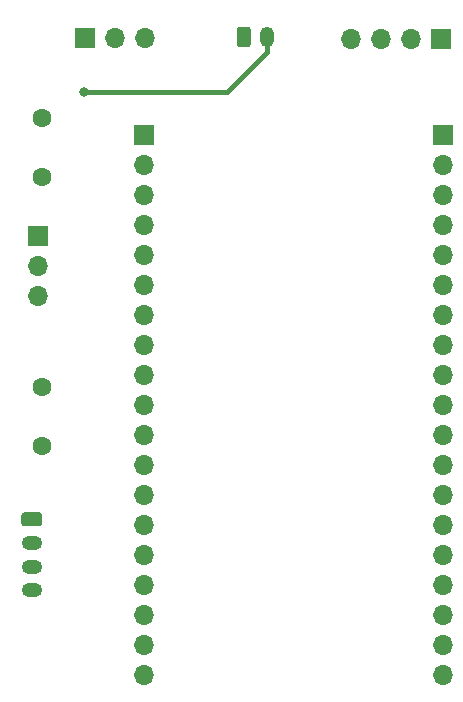
<source format=gbl>
G04 #@! TF.GenerationSoftware,KiCad,Pcbnew,5.1.10*
G04 #@! TF.CreationDate,2021-12-04T16:20:11-06:00*
G04 #@! TF.ProjectId,estacion-esp32,65737461-6369-46f6-9e2d-65737033322e,rev?*
G04 #@! TF.SameCoordinates,Original*
G04 #@! TF.FileFunction,Copper,L2,Bot*
G04 #@! TF.FilePolarity,Positive*
%FSLAX46Y46*%
G04 Gerber Fmt 4.6, Leading zero omitted, Abs format (unit mm)*
G04 Created by KiCad (PCBNEW 5.1.10) date 2021-12-04 16:20:11*
%MOMM*%
%LPD*%
G01*
G04 APERTURE LIST*
G04 #@! TA.AperFunction,ComponentPad*
%ADD10C,1.600000*%
G04 #@! TD*
G04 #@! TA.AperFunction,ComponentPad*
%ADD11O,1.750000X1.200000*%
G04 #@! TD*
G04 #@! TA.AperFunction,ComponentPad*
%ADD12O,1.700000X1.700000*%
G04 #@! TD*
G04 #@! TA.AperFunction,ComponentPad*
%ADD13R,1.700000X1.700000*%
G04 #@! TD*
G04 #@! TA.AperFunction,ComponentPad*
%ADD14O,1.200000X1.750000*%
G04 #@! TD*
G04 #@! TA.AperFunction,ViaPad*
%ADD15C,0.800000*%
G04 #@! TD*
G04 #@! TA.AperFunction,Conductor*
%ADD16C,0.400000*%
G04 #@! TD*
G04 APERTURE END LIST*
D10*
X132130800Y-98370400D03*
X132130800Y-93370400D03*
D11*
X131267200Y-110597200D03*
X131267200Y-108597200D03*
X131267200Y-106597200D03*
G04 #@! TA.AperFunction,ComponentPad*
G36*
G01*
X130642199Y-103997200D02*
X131892201Y-103997200D01*
G75*
G02*
X132142200Y-104247199I0J-249999D01*
G01*
X132142200Y-104947201D01*
G75*
G02*
X131892201Y-105197200I-249999J0D01*
G01*
X130642199Y-105197200D01*
G75*
G02*
X130392200Y-104947201I0J249999D01*
G01*
X130392200Y-104247199D01*
G75*
G02*
X130642199Y-103997200I249999J0D01*
G01*
G37*
G04 #@! TD.AperFunction*
D12*
X158292800Y-63957200D03*
X160832800Y-63957200D03*
X163372800Y-63957200D03*
D13*
X165912800Y-63957200D03*
D12*
X140779500Y-117792500D03*
X140779500Y-115252500D03*
X140779500Y-112712500D03*
X140779500Y-110172500D03*
X140779500Y-107632500D03*
X140779500Y-105092500D03*
X140779500Y-102552500D03*
X140779500Y-100012500D03*
X140779500Y-97472500D03*
X140779500Y-94932500D03*
X140779500Y-92392500D03*
X140779500Y-89852500D03*
X140779500Y-87312500D03*
X140779500Y-84772500D03*
X140779500Y-82232500D03*
X140779500Y-79692500D03*
X140779500Y-77152500D03*
X140779500Y-74612500D03*
D13*
X140779500Y-72072500D03*
X135763000Y-63817500D03*
D12*
X138303000Y-63817500D03*
X140843000Y-63817500D03*
G04 #@! TA.AperFunction,ComponentPad*
G36*
G01*
X148625000Y-64379001D02*
X148625000Y-63128999D01*
G75*
G02*
X148874999Y-62879000I249999J0D01*
G01*
X149575001Y-62879000D01*
G75*
G02*
X149825000Y-63128999I0J-249999D01*
G01*
X149825000Y-64379001D01*
G75*
G02*
X149575001Y-64629000I-249999J0D01*
G01*
X148874999Y-64629000D01*
G75*
G02*
X148625000Y-64379001I0J249999D01*
G01*
G37*
G04 #@! TD.AperFunction*
D14*
X151225000Y-63754000D03*
D10*
X132130800Y-75590400D03*
X132130800Y-70590400D03*
D12*
X166052500Y-117792500D03*
X166052500Y-115252500D03*
X166052500Y-112712500D03*
X166052500Y-110172500D03*
X166052500Y-107632500D03*
X166052500Y-105092500D03*
X166052500Y-102552500D03*
X166052500Y-100012500D03*
X166052500Y-97472500D03*
X166052500Y-94932500D03*
X166052500Y-92392500D03*
X166052500Y-89852500D03*
X166052500Y-87312500D03*
X166052500Y-84772500D03*
X166052500Y-82232500D03*
X166052500Y-79692500D03*
X166052500Y-77152500D03*
X166052500Y-74612500D03*
D13*
X166052500Y-72072500D03*
D12*
X131826500Y-85661500D03*
X131826500Y-83121500D03*
D13*
X131826500Y-80581500D03*
D15*
X135699500Y-68427600D03*
D16*
X151225000Y-63754000D02*
X151225000Y-65029000D01*
X151225000Y-65029000D02*
X147826400Y-68427600D01*
X147826400Y-68427600D02*
X135699500Y-68427600D01*
M02*

</source>
